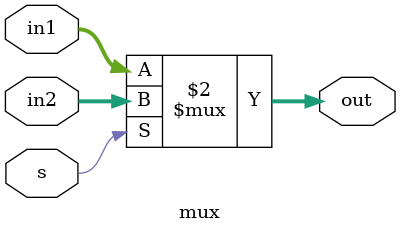
<source format=v>
`timescale 1ns / 1ps
module mux(input [31:0] in1,in2,
			  input s,
			  output [31:0] out
    );

		assign out = (s == 0) ? in1 : in2;

endmodule

</source>
